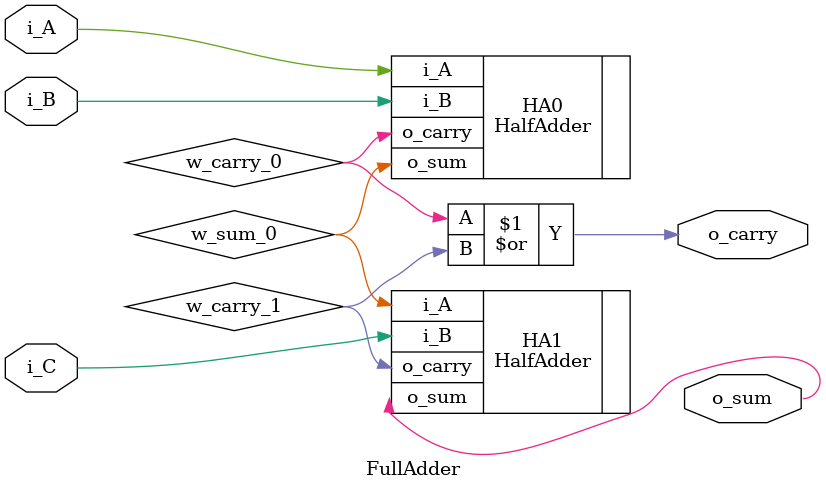
<source format=v>
`timescale 1ns / 1ps

module FullAdder(
    input i_A, i_B, i_C,
    output o_sum, o_carry
    );

    wire w_sum_0, w_carry_0,w_carry_1;

    HalfAdder HA0(
    .i_A(i_A),  
    .i_B(i_B),
    .o_sum(w_sum_0),  // 나가서 wire로 나가니까 
    .o_carry(w_carry_0)
    );

    HalfAdder HA1(
    .i_A(w_sum_0),
    .i_B(i_C),
    .o_sum(o_sum), 
    .o_carry(w_carry_1)
    );

    assign o_carry = w_carry_0 | w_carry_1;

endmodule

</source>
